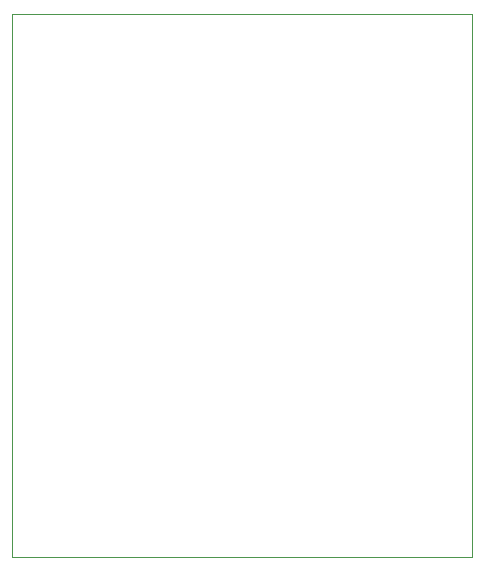
<source format=gbr>
%TF.GenerationSoftware,KiCad,Pcbnew,9.0.5+1*%
%TF.CreationDate,2025-11-07T16:33:50+01:00*%
%TF.ProjectId,PCB,5043422e-6b69-4636-9164-5f7063625858,rev?*%
%TF.SameCoordinates,Original*%
%TF.FileFunction,Profile,NP*%
%FSLAX46Y46*%
G04 Gerber Fmt 4.6, Leading zero omitted, Abs format (unit mm)*
G04 Created by KiCad (PCBNEW 9.0.5+1) date 2025-11-07 16:33:50*
%MOMM*%
%LPD*%
G01*
G04 APERTURE LIST*
%TA.AperFunction,Profile*%
%ADD10C,0.050000*%
%TD*%
G04 APERTURE END LIST*
D10*
X-212000000Y14500000D02*
X-173000000Y14500000D01*
X-173000000Y-31500000D01*
X-212000000Y-31500000D01*
X-212000000Y14500000D01*
M02*

</source>
